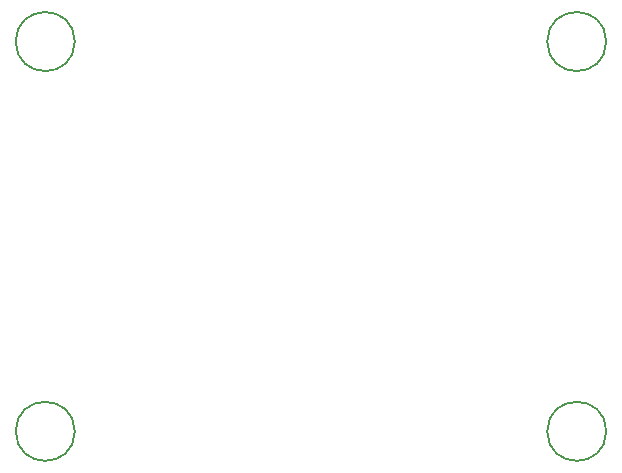
<source format=gbr>
%TF.GenerationSoftware,KiCad,Pcbnew,8.0.3-8.0.3-0~ubuntu23.10.1*%
%TF.CreationDate,2024-10-02T15:45:30-04:00*%
%TF.ProjectId,nPM1300-Stamp-Carrier,6e504d31-3330-4302-9d53-74616d702d43,rev?*%
%TF.SameCoordinates,Original*%
%TF.FileFunction,Other,Comment*%
%FSLAX46Y46*%
G04 Gerber Fmt 4.6, Leading zero omitted, Abs format (unit mm)*
G04 Created by KiCad (PCBNEW 8.0.3-8.0.3-0~ubuntu23.10.1) date 2024-10-02 15:45:30*
%MOMM*%
%LPD*%
G01*
G04 APERTURE LIST*
%ADD10C,0.150000*%
G04 APERTURE END LIST*
D10*
%TO.C,H4*%
X181500000Y-119500000D02*
G75*
G02*
X176500000Y-119500000I-2500000J0D01*
G01*
X176500000Y-119500000D02*
G75*
G02*
X181500000Y-119500000I2500000J0D01*
G01*
%TO.C,H3*%
X181500000Y-86500000D02*
G75*
G02*
X176500000Y-86500000I-2500000J0D01*
G01*
X176500000Y-86500000D02*
G75*
G02*
X181500000Y-86500000I2500000J0D01*
G01*
%TO.C,H2*%
X136500000Y-119500000D02*
G75*
G02*
X131500000Y-119500000I-2500000J0D01*
G01*
X131500000Y-119500000D02*
G75*
G02*
X136500000Y-119500000I2500000J0D01*
G01*
%TO.C,H1*%
X136500000Y-86500000D02*
G75*
G02*
X131500000Y-86500000I-2500000J0D01*
G01*
X131500000Y-86500000D02*
G75*
G02*
X136500000Y-86500000I2500000J0D01*
G01*
%TD*%
M02*

</source>
